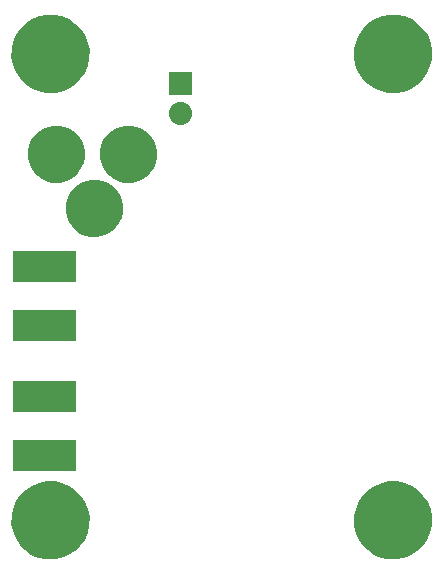
<source format=gbs>
G04 #@! TF.FileFunction,Soldermask,Bot*
%FSLAX46Y46*%
G04 Gerber Fmt 4.6, Leading zero omitted, Abs format (unit mm)*
G04 Created by KiCad (PCBNEW (after 2015-mar-04 BZR unknown)-product) date 1/14/2019 11:59:40 AM*
%MOMM*%
G01*
G04 APERTURE LIST*
%ADD10C,0.150000*%
G04 APERTURE END LIST*
D10*
G36*
X5667000Y-22833500D02*
X333000Y-22833500D01*
X333000Y-20166500D01*
X5667000Y-20166500D01*
X5667000Y-22833500D01*
X5667000Y-22833500D01*
G37*
G36*
X5667000Y-27833500D02*
X333000Y-27833500D01*
X333000Y-25166500D01*
X5667000Y-25166500D01*
X5667000Y-27833500D01*
X5667000Y-27833500D01*
G37*
G36*
X5667000Y-33833500D02*
X333000Y-33833500D01*
X333000Y-31166500D01*
X5667000Y-31166500D01*
X5667000Y-33833500D01*
X5667000Y-33833500D01*
G37*
G36*
X5667000Y-38833500D02*
X333000Y-38833500D01*
X333000Y-36166500D01*
X5667000Y-36166500D01*
X5667000Y-38833500D01*
X5667000Y-38833500D01*
G37*
G36*
X6427104Y-11762020D02*
X6419513Y-12305656D01*
X6419416Y-12306082D01*
X6419416Y-12306094D01*
X6314068Y-12769787D01*
X6120477Y-13204598D01*
X5846119Y-13593526D01*
X5501442Y-13921757D01*
X5099577Y-14176789D01*
X4655824Y-14348909D01*
X4187099Y-14431558D01*
X3711245Y-14421590D01*
X3246384Y-14319383D01*
X2810234Y-14128835D01*
X2419402Y-13857199D01*
X2088770Y-13514820D01*
X1830941Y-13114747D01*
X1655728Y-12672209D01*
X1569808Y-12204069D01*
X1576453Y-11728152D01*
X1675410Y-11262598D01*
X1862912Y-10825124D01*
X2131811Y-10432406D01*
X2471873Y-10099393D01*
X2870140Y-9838774D01*
X3311442Y-9660477D01*
X3778971Y-9571290D01*
X4254917Y-9574614D01*
X4721158Y-9670319D01*
X5159923Y-9854759D01*
X5554515Y-10120915D01*
X5889891Y-10458640D01*
X6153284Y-10855078D01*
X6334658Y-11295124D01*
X6427019Y-11761582D01*
X6427018Y-11761590D01*
X6427104Y-11762020D01*
X6427104Y-11762020D01*
G37*
G36*
X6802142Y-3176222D02*
X6791814Y-3915853D01*
X6791717Y-3916279D01*
X6791717Y-3916291D01*
X6648352Y-4547317D01*
X6384966Y-5138889D01*
X6011695Y-5668035D01*
X5542752Y-6114603D01*
X4996003Y-6461580D01*
X4392268Y-6695755D01*
X3754553Y-6808201D01*
X3107140Y-6794639D01*
X2474685Y-6655585D01*
X1881291Y-6396338D01*
X1349552Y-6026769D01*
X899720Y-5560955D01*
X548936Y-5016643D01*
X310554Y-4414559D01*
X193657Y-3777641D01*
X202699Y-3130145D01*
X337332Y-2496744D01*
X592432Y-1901552D01*
X958279Y-1367245D01*
X1420941Y-914172D01*
X1962794Y-559594D01*
X2563198Y-317015D01*
X3199284Y-195675D01*
X3846822Y-200197D01*
X4481155Y-330406D01*
X5078108Y-581343D01*
X5614960Y-943454D01*
X6071249Y-1402939D01*
X6429601Y-1942303D01*
X6676366Y-2540998D01*
X6802057Y-3175784D01*
X6802056Y-3175792D01*
X6802142Y-3176222D01*
X6802142Y-3176222D01*
G37*
G36*
X6802142Y-42676222D02*
X6791814Y-43415853D01*
X6791717Y-43416279D01*
X6791717Y-43416291D01*
X6648352Y-44047317D01*
X6384966Y-44638889D01*
X6011695Y-45168035D01*
X5542752Y-45614603D01*
X4996003Y-45961580D01*
X4392268Y-46195755D01*
X3754553Y-46308201D01*
X3107140Y-46294639D01*
X2474685Y-46155585D01*
X1881291Y-45896338D01*
X1349552Y-45526769D01*
X899720Y-45060955D01*
X548936Y-44516643D01*
X310554Y-43914559D01*
X193657Y-43277641D01*
X202699Y-42630145D01*
X337332Y-41996744D01*
X592432Y-41401552D01*
X958279Y-40867245D01*
X1420941Y-40414172D01*
X1962794Y-40059594D01*
X2563198Y-39817015D01*
X3199284Y-39695675D01*
X3846822Y-39700197D01*
X4481155Y-39830406D01*
X5078108Y-40081343D01*
X5614960Y-40443454D01*
X6071249Y-40902939D01*
X6429601Y-41442303D01*
X6676366Y-42040998D01*
X6802057Y-42675784D01*
X6802056Y-42675792D01*
X6802142Y-42676222D01*
X6802142Y-42676222D01*
G37*
G36*
X9627104Y-16362020D02*
X9619513Y-16905656D01*
X9619416Y-16906082D01*
X9619416Y-16906094D01*
X9514068Y-17369787D01*
X9320477Y-17804598D01*
X9046119Y-18193526D01*
X8701442Y-18521757D01*
X8299577Y-18776789D01*
X7855824Y-18948909D01*
X7387099Y-19031558D01*
X6911245Y-19021590D01*
X6446384Y-18919383D01*
X6010234Y-18728835D01*
X5619402Y-18457199D01*
X5288770Y-18114820D01*
X5030941Y-17714747D01*
X4855728Y-17272209D01*
X4769808Y-16804069D01*
X4776453Y-16328152D01*
X4875410Y-15862598D01*
X5062912Y-15425124D01*
X5331811Y-15032406D01*
X5671873Y-14699393D01*
X6070140Y-14438774D01*
X6511442Y-14260477D01*
X6978971Y-14171290D01*
X7454917Y-14174614D01*
X7921158Y-14270319D01*
X8359923Y-14454759D01*
X8754515Y-14720915D01*
X9089891Y-15058640D01*
X9353284Y-15455078D01*
X9534658Y-15895124D01*
X9627019Y-16361582D01*
X9627018Y-16361590D01*
X9627104Y-16362020D01*
X9627104Y-16362020D01*
G37*
G36*
X12527104Y-11762020D02*
X12519513Y-12305656D01*
X12519416Y-12306082D01*
X12519416Y-12306094D01*
X12414068Y-12769787D01*
X12220477Y-13204598D01*
X11946119Y-13593526D01*
X11601442Y-13921757D01*
X11199577Y-14176789D01*
X10755824Y-14348909D01*
X10287099Y-14431558D01*
X9811245Y-14421590D01*
X9346384Y-14319383D01*
X8910234Y-14128835D01*
X8519402Y-13857199D01*
X8188770Y-13514820D01*
X7930941Y-13114747D01*
X7755728Y-12672209D01*
X7669808Y-12204069D01*
X7676453Y-11728152D01*
X7775410Y-11262598D01*
X7962912Y-10825124D01*
X8231811Y-10432406D01*
X8571873Y-10099393D01*
X8970140Y-9838774D01*
X9411442Y-9660477D01*
X9878971Y-9571290D01*
X10354917Y-9574614D01*
X10821158Y-9670319D01*
X11259923Y-9854759D01*
X11654515Y-10120915D01*
X11989891Y-10458640D01*
X12253284Y-10855078D01*
X12434658Y-11295124D01*
X12527019Y-11761582D01*
X12527018Y-11761590D01*
X12527104Y-11762020D01*
X12527104Y-11762020D01*
G37*
G36*
X15477000Y-6977000D02*
X13523000Y-6977000D01*
X13523000Y-5023000D01*
X15477000Y-5023000D01*
X15477000Y-6977000D01*
X15477000Y-6977000D01*
G37*
G36*
X15481707Y-8546821D02*
X15461782Y-8736393D01*
X15461776Y-8736411D01*
X15461772Y-8736453D01*
X15405387Y-8918603D01*
X15314697Y-9086331D01*
X15193155Y-9233251D01*
X15045391Y-9353764D01*
X14877033Y-9443281D01*
X14694494Y-9498393D01*
X14504727Y-9517000D01*
X14501929Y-9517000D01*
X14495273Y-9517000D01*
X14495118Y-9517000D01*
X14484209Y-9516924D01*
X14484198Y-9516922D01*
X14481632Y-9516905D01*
X14292143Y-9495650D01*
X14110392Y-9437995D01*
X13943300Y-9346136D01*
X13797233Y-9223571D01*
X13677754Y-9074969D01*
X13589414Y-8905991D01*
X13535578Y-8723072D01*
X13535574Y-8723031D01*
X13535570Y-8723017D01*
X13518293Y-8533179D01*
X13538218Y-8343607D01*
X13538223Y-8343588D01*
X13538228Y-8343547D01*
X13594613Y-8161397D01*
X13685303Y-7993669D01*
X13806845Y-7846749D01*
X13954609Y-7726236D01*
X14122967Y-7636719D01*
X14305506Y-7581607D01*
X14495273Y-7563000D01*
X14498071Y-7563000D01*
X14504727Y-7563000D01*
X14504882Y-7563000D01*
X14515791Y-7563076D01*
X14515801Y-7563077D01*
X14518368Y-7563095D01*
X14707857Y-7584350D01*
X14889608Y-7642005D01*
X15056700Y-7733864D01*
X15202767Y-7856429D01*
X15322246Y-8005031D01*
X15410586Y-8174009D01*
X15464422Y-8356928D01*
X15464425Y-8356968D01*
X15464430Y-8356983D01*
X15481707Y-8546821D01*
X15481707Y-8546821D01*
G37*
G36*
X35802142Y-3176222D02*
X35791814Y-3915853D01*
X35791717Y-3916279D01*
X35791717Y-3916291D01*
X35648352Y-4547317D01*
X35384966Y-5138889D01*
X35011695Y-5668035D01*
X34542752Y-6114603D01*
X33996003Y-6461580D01*
X33392268Y-6695755D01*
X32754553Y-6808201D01*
X32107140Y-6794639D01*
X31474685Y-6655585D01*
X30881291Y-6396338D01*
X30349552Y-6026769D01*
X29899720Y-5560955D01*
X29548936Y-5016643D01*
X29310554Y-4414559D01*
X29193657Y-3777641D01*
X29202699Y-3130145D01*
X29337332Y-2496744D01*
X29592432Y-1901552D01*
X29958279Y-1367245D01*
X30420941Y-914172D01*
X30962794Y-559594D01*
X31563198Y-317015D01*
X32199284Y-195675D01*
X32846822Y-200197D01*
X33481155Y-330406D01*
X34078108Y-581343D01*
X34614960Y-943454D01*
X35071249Y-1402939D01*
X35429601Y-1942303D01*
X35676366Y-2540998D01*
X35802057Y-3175784D01*
X35802056Y-3175792D01*
X35802142Y-3176222D01*
X35802142Y-3176222D01*
G37*
G36*
X35802142Y-42676222D02*
X35791814Y-43415853D01*
X35791717Y-43416279D01*
X35791717Y-43416291D01*
X35648352Y-44047317D01*
X35384966Y-44638889D01*
X35011695Y-45168035D01*
X34542752Y-45614603D01*
X33996003Y-45961580D01*
X33392268Y-46195755D01*
X32754553Y-46308201D01*
X32107140Y-46294639D01*
X31474685Y-46155585D01*
X30881291Y-45896338D01*
X30349552Y-45526769D01*
X29899720Y-45060955D01*
X29548936Y-44516643D01*
X29310554Y-43914559D01*
X29193657Y-43277641D01*
X29202699Y-42630145D01*
X29337332Y-41996744D01*
X29592432Y-41401552D01*
X29958279Y-40867245D01*
X30420941Y-40414172D01*
X30962794Y-40059594D01*
X31563198Y-39817015D01*
X32199284Y-39695675D01*
X32846822Y-39700197D01*
X33481155Y-39830406D01*
X34078108Y-40081343D01*
X34614960Y-40443454D01*
X35071249Y-40902939D01*
X35429601Y-41442303D01*
X35676366Y-42040998D01*
X35802057Y-42675784D01*
X35802056Y-42675792D01*
X35802142Y-42676222D01*
X35802142Y-42676222D01*
G37*
M02*

</source>
